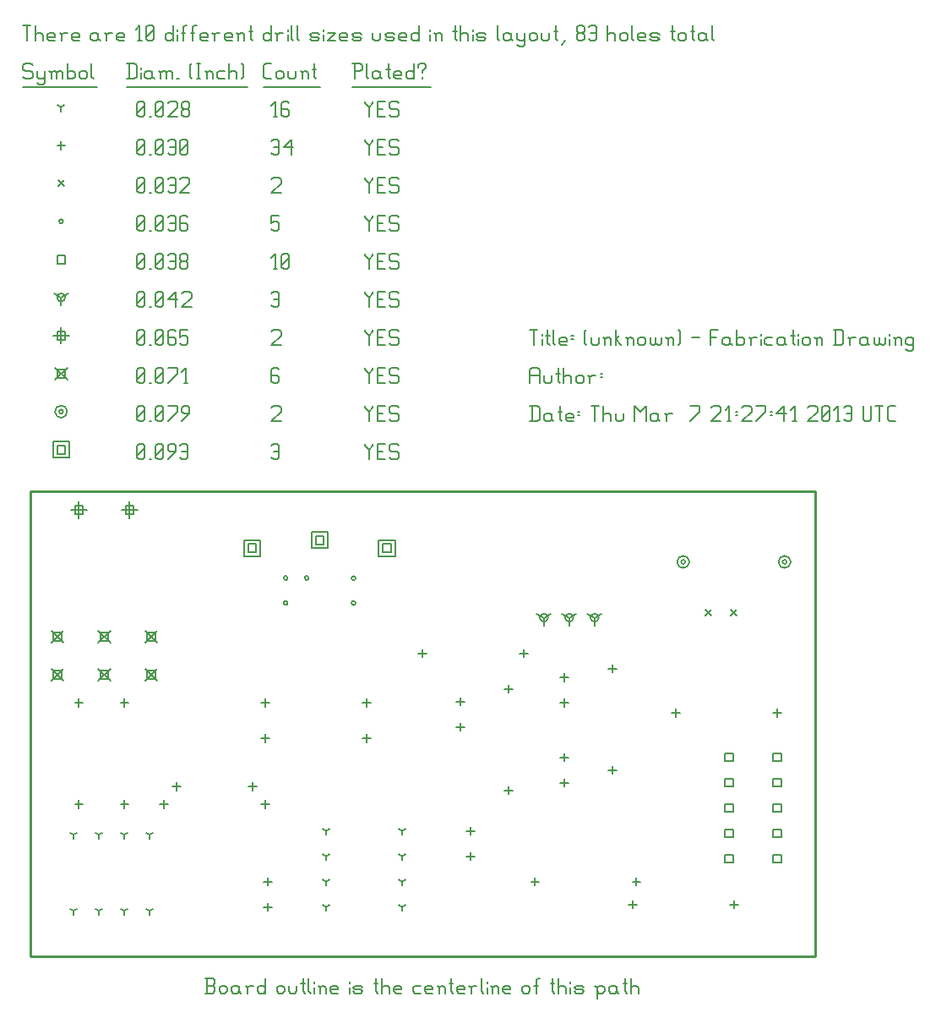
<source format=gbr>
G04 start of page 9 for group -3984 idx -3984 *
G04 Title: (unknown), fab *
G04 Creator: pcb 20110918 *
G04 CreationDate: Thu Mar  7 21:27:41 2013 UTC *
G04 For: fosse *
G04 Format: Gerber/RS-274X *
G04 PCB-Dimensions: 316500 193500 *
G04 PCB-Coordinate-Origin: lower left *
%MOIN*%
%FSLAX25Y25*%
%LNFAB*%
%ADD93C,0.0100*%
%ADD92C,0.0060*%
%ADD91C,0.0080*%
G54D91*X115400Y170683D02*X118600D01*
X115400D02*Y167483D01*
X118600D01*
Y170683D02*Y167483D01*
X113800Y172283D02*X120200D01*
X113800D02*Y165883D01*
X120200D01*
Y172283D02*Y165883D01*
X88825Y167533D02*X92025D01*
X88825D02*Y164333D01*
X92025D01*
Y167533D02*Y164333D01*
X87225Y169133D02*X93625D01*
X87225D02*Y162733D01*
X93625D01*
Y169133D02*Y162733D01*
X141975Y167533D02*X145175D01*
X141975D02*Y164333D01*
X145175D01*
Y167533D02*Y164333D01*
X140375Y169133D02*X146775D01*
X140375D02*Y162733D01*
X146775D01*
Y169133D02*Y162733D01*
X13400Y206350D02*X16600D01*
X13400D02*Y203150D01*
X16600D01*
Y206350D02*Y203150D01*
X11800Y207950D02*X18200D01*
X11800D02*Y201550D01*
X18200D01*
Y207950D02*Y201550D01*
G54D92*X135000Y207000D02*Y206250D01*
X136500Y204750D01*
X138000Y206250D01*
Y207000D02*Y206250D01*
X136500Y204750D02*Y201000D01*
X139800Y204000D02*X142050D01*
X139800Y201000D02*X142800D01*
X139800Y207000D02*Y201000D01*
Y207000D02*X142800D01*
X147600D02*X148350Y206250D01*
X145350Y207000D02*X147600D01*
X144600Y206250D02*X145350Y207000D01*
X144600Y206250D02*Y204750D01*
X145350Y204000D01*
X147600D01*
X148350Y203250D01*
Y201750D01*
X147600Y201000D02*X148350Y201750D01*
X145350Y201000D02*X147600D01*
X144600Y201750D02*X145350Y201000D01*
X98000Y206250D02*X98750Y207000D01*
X100250D01*
X101000Y206250D01*
Y201750D01*
X100250Y201000D02*X101000Y201750D01*
X98750Y201000D02*X100250D01*
X98000Y201750D02*X98750Y201000D01*
Y204000D02*X101000D01*
X45000Y201750D02*X45750Y201000D01*
X45000Y206250D02*Y201750D01*
Y206250D02*X45750Y207000D01*
X47250D01*
X48000Y206250D01*
Y201750D01*
X47250Y201000D02*X48000Y201750D01*
X45750Y201000D02*X47250D01*
X45000Y202500D02*X48000Y205500D01*
X49800Y201000D02*X50550D01*
X52350Y201750D02*X53100Y201000D01*
X52350Y206250D02*Y201750D01*
Y206250D02*X53100Y207000D01*
X54600D01*
X55350Y206250D01*
Y201750D01*
X54600Y201000D02*X55350Y201750D01*
X53100Y201000D02*X54600D01*
X52350Y202500D02*X55350Y205500D01*
X57150Y201000D02*X60150Y204000D01*
Y206250D02*Y204000D01*
X59400Y207000D02*X60150Y206250D01*
X57900Y207000D02*X59400D01*
X57150Y206250D02*X57900Y207000D01*
X57150Y206250D02*Y204750D01*
X57900Y204000D01*
X60150D01*
X61950Y206250D02*X62700Y207000D01*
X64200D01*
X64950Y206250D01*
Y201750D01*
X64200Y201000D02*X64950Y201750D01*
X62700Y201000D02*X64200D01*
X61950Y201750D02*X62700Y201000D01*
Y204000D02*X64950D01*
X259700Y160500D02*G75*G03X261300Y160500I800J0D01*G01*
G75*G03X259700Y160500I-800J0D01*G01*
X258100D02*G75*G03X262900Y160500I2400J0D01*G01*
G75*G03X258100Y160500I-2400J0D01*G01*
X299700D02*G75*G03X301300Y160500I800J0D01*G01*
G75*G03X299700Y160500I-800J0D01*G01*
X298100D02*G75*G03X302900Y160500I2400J0D01*G01*
G75*G03X298100Y160500I-2400J0D01*G01*
X14200Y219750D02*G75*G03X15800Y219750I800J0D01*G01*
G75*G03X14200Y219750I-800J0D01*G01*
X12600D02*G75*G03X17400Y219750I2400J0D01*G01*
G75*G03X12600Y219750I-2400J0D01*G01*
X135000Y222000D02*Y221250D01*
X136500Y219750D01*
X138000Y221250D01*
Y222000D02*Y221250D01*
X136500Y219750D02*Y216000D01*
X139800Y219000D02*X142050D01*
X139800Y216000D02*X142800D01*
X139800Y222000D02*Y216000D01*
Y222000D02*X142800D01*
X147600D02*X148350Y221250D01*
X145350Y222000D02*X147600D01*
X144600Y221250D02*X145350Y222000D01*
X144600Y221250D02*Y219750D01*
X145350Y219000D01*
X147600D01*
X148350Y218250D01*
Y216750D01*
X147600Y216000D02*X148350Y216750D01*
X145350Y216000D02*X147600D01*
X144600Y216750D02*X145350Y216000D01*
X98000Y221250D02*X98750Y222000D01*
X101000D01*
X101750Y221250D01*
Y219750D01*
X98000Y216000D02*X101750Y219750D01*
X98000Y216000D02*X101750D01*
X45000Y216750D02*X45750Y216000D01*
X45000Y221250D02*Y216750D01*
Y221250D02*X45750Y222000D01*
X47250D01*
X48000Y221250D01*
Y216750D01*
X47250Y216000D02*X48000Y216750D01*
X45750Y216000D02*X47250D01*
X45000Y217500D02*X48000Y220500D01*
X49800Y216000D02*X50550D01*
X52350Y216750D02*X53100Y216000D01*
X52350Y221250D02*Y216750D01*
Y221250D02*X53100Y222000D01*
X54600D01*
X55350Y221250D01*
Y216750D01*
X54600Y216000D02*X55350Y216750D01*
X53100Y216000D02*X54600D01*
X52350Y217500D02*X55350Y220500D01*
X57150Y216000D02*X60900Y219750D01*
Y222000D02*Y219750D01*
X57150Y222000D02*X60900D01*
X62700Y216000D02*X65700Y219000D01*
Y221250D02*Y219000D01*
X64950Y222000D02*X65700Y221250D01*
X63450Y222000D02*X64950D01*
X62700Y221250D02*X63450Y222000D01*
X62700Y221250D02*Y219750D01*
X63450Y219000D01*
X65700D01*
X29600Y133400D02*X34400Y128600D01*
X29600D02*X34400Y133400D01*
X30400Y132600D02*X33600D01*
X30400D02*Y129400D01*
X33600D01*
Y132600D02*Y129400D01*
X11100Y133400D02*X15900Y128600D01*
X11100D02*X15900Y133400D01*
X11900Y132600D02*X15100D01*
X11900D02*Y129400D01*
X15100D01*
Y132600D02*Y129400D01*
X48100Y133400D02*X52900Y128600D01*
X48100D02*X52900Y133400D01*
X48900Y132600D02*X52100D01*
X48900D02*Y129400D01*
X52100D01*
Y132600D02*Y129400D01*
X11100Y118400D02*X15900Y113600D01*
X11100D02*X15900Y118400D01*
X11900Y117600D02*X15100D01*
X11900D02*Y114400D01*
X15100D01*
Y117600D02*Y114400D01*
X29600Y118400D02*X34400Y113600D01*
X29600D02*X34400Y118400D01*
X30400Y117600D02*X33600D01*
X30400D02*Y114400D01*
X33600D01*
Y117600D02*Y114400D01*
X48100Y118400D02*X52900Y113600D01*
X48100D02*X52900Y118400D01*
X48900Y117600D02*X52100D01*
X48900D02*Y114400D01*
X52100D01*
Y117600D02*Y114400D01*
X12600Y237150D02*X17400Y232350D01*
X12600D02*X17400Y237150D01*
X13400Y236350D02*X16600D01*
X13400D02*Y233150D01*
X16600D01*
Y236350D02*Y233150D01*
X135000Y237000D02*Y236250D01*
X136500Y234750D01*
X138000Y236250D01*
Y237000D02*Y236250D01*
X136500Y234750D02*Y231000D01*
X139800Y234000D02*X142050D01*
X139800Y231000D02*X142800D01*
X139800Y237000D02*Y231000D01*
Y237000D02*X142800D01*
X147600D02*X148350Y236250D01*
X145350Y237000D02*X147600D01*
X144600Y236250D02*X145350Y237000D01*
X144600Y236250D02*Y234750D01*
X145350Y234000D01*
X147600D01*
X148350Y233250D01*
Y231750D01*
X147600Y231000D02*X148350Y231750D01*
X145350Y231000D02*X147600D01*
X144600Y231750D02*X145350Y231000D01*
X100250Y237000D02*X101000Y236250D01*
X98750Y237000D02*X100250D01*
X98000Y236250D02*X98750Y237000D01*
X98000Y236250D02*Y231750D01*
X98750Y231000D01*
X100250Y234000D02*X101000Y233250D01*
X98000Y234000D02*X100250D01*
X98750Y231000D02*X100250D01*
X101000Y231750D01*
Y233250D02*Y231750D01*
X45000D02*X45750Y231000D01*
X45000Y236250D02*Y231750D01*
Y236250D02*X45750Y237000D01*
X47250D01*
X48000Y236250D01*
Y231750D01*
X47250Y231000D02*X48000Y231750D01*
X45750Y231000D02*X47250D01*
X45000Y232500D02*X48000Y235500D01*
X49800Y231000D02*X50550D01*
X52350Y231750D02*X53100Y231000D01*
X52350Y236250D02*Y231750D01*
Y236250D02*X53100Y237000D01*
X54600D01*
X55350Y236250D01*
Y231750D01*
X54600Y231000D02*X55350Y231750D01*
X53100Y231000D02*X54600D01*
X52350Y232500D02*X55350Y235500D01*
X57150Y231000D02*X60900Y234750D01*
Y237000D02*Y234750D01*
X57150Y237000D02*X60900D01*
X63450Y231000D02*X64950D01*
X64200Y237000D02*Y231000D01*
X62700Y235500D02*X64200Y237000D01*
X22000Y184200D02*Y177800D01*
X18800Y181000D02*X25200D01*
X20400Y182600D02*X23600D01*
X20400D02*Y179400D01*
X23600D01*
Y182600D02*Y179400D01*
X42000Y184200D02*Y177800D01*
X38800Y181000D02*X45200D01*
X40400Y182600D02*X43600D01*
X40400D02*Y179400D01*
X43600D01*
Y182600D02*Y179400D01*
X15000Y252950D02*Y246550D01*
X11800Y249750D02*X18200D01*
X13400Y251350D02*X16600D01*
X13400D02*Y248150D01*
X16600D01*
Y251350D02*Y248150D01*
X135000Y252000D02*Y251250D01*
X136500Y249750D01*
X138000Y251250D01*
Y252000D02*Y251250D01*
X136500Y249750D02*Y246000D01*
X139800Y249000D02*X142050D01*
X139800Y246000D02*X142800D01*
X139800Y252000D02*Y246000D01*
Y252000D02*X142800D01*
X147600D02*X148350Y251250D01*
X145350Y252000D02*X147600D01*
X144600Y251250D02*X145350Y252000D01*
X144600Y251250D02*Y249750D01*
X145350Y249000D01*
X147600D01*
X148350Y248250D01*
Y246750D01*
X147600Y246000D02*X148350Y246750D01*
X145350Y246000D02*X147600D01*
X144600Y246750D02*X145350Y246000D01*
X98000Y251250D02*X98750Y252000D01*
X101000D01*
X101750Y251250D01*
Y249750D01*
X98000Y246000D02*X101750Y249750D01*
X98000Y246000D02*X101750D01*
X45000Y246750D02*X45750Y246000D01*
X45000Y251250D02*Y246750D01*
Y251250D02*X45750Y252000D01*
X47250D01*
X48000Y251250D01*
Y246750D01*
X47250Y246000D02*X48000Y246750D01*
X45750Y246000D02*X47250D01*
X45000Y247500D02*X48000Y250500D01*
X49800Y246000D02*X50550D01*
X52350Y246750D02*X53100Y246000D01*
X52350Y251250D02*Y246750D01*
Y251250D02*X53100Y252000D01*
X54600D01*
X55350Y251250D01*
Y246750D01*
X54600Y246000D02*X55350Y246750D01*
X53100Y246000D02*X54600D01*
X52350Y247500D02*X55350Y250500D01*
X59400Y252000D02*X60150Y251250D01*
X57900Y252000D02*X59400D01*
X57150Y251250D02*X57900Y252000D01*
X57150Y251250D02*Y246750D01*
X57900Y246000D01*
X59400Y249000D02*X60150Y248250D01*
X57150Y249000D02*X59400D01*
X57900Y246000D02*X59400D01*
X60150Y246750D01*
Y248250D02*Y246750D01*
X61950Y252000D02*X64950D01*
X61950D02*Y249000D01*
X62700Y249750D01*
X64200D01*
X64950Y249000D01*
Y246750D01*
X64200Y246000D02*X64950Y246750D01*
X62700Y246000D02*X64200D01*
X61950Y246750D02*X62700Y246000D01*
X205500Y138500D02*Y135300D01*
Y138500D02*X208273Y140100D01*
X205500Y138500D02*X202727Y140100D01*
X203900Y138500D02*G75*G03X207100Y138500I1600J0D01*G01*
G75*G03X203900Y138500I-1600J0D01*G01*
X215500D02*Y135300D01*
Y138500D02*X218273Y140100D01*
X215500Y138500D02*X212727Y140100D01*
X213900Y138500D02*G75*G03X217100Y138500I1600J0D01*G01*
G75*G03X213900Y138500I-1600J0D01*G01*
X225500D02*Y135300D01*
Y138500D02*X228273Y140100D01*
X225500Y138500D02*X222727Y140100D01*
X223900Y138500D02*G75*G03X227100Y138500I1600J0D01*G01*
G75*G03X223900Y138500I-1600J0D01*G01*
X15000Y264750D02*Y261550D01*
Y264750D02*X17773Y266350D01*
X15000Y264750D02*X12227Y266350D01*
X13400Y264750D02*G75*G03X16600Y264750I1600J0D01*G01*
G75*G03X13400Y264750I-1600J0D01*G01*
X135000Y267000D02*Y266250D01*
X136500Y264750D01*
X138000Y266250D01*
Y267000D02*Y266250D01*
X136500Y264750D02*Y261000D01*
X139800Y264000D02*X142050D01*
X139800Y261000D02*X142800D01*
X139800Y267000D02*Y261000D01*
Y267000D02*X142800D01*
X147600D02*X148350Y266250D01*
X145350Y267000D02*X147600D01*
X144600Y266250D02*X145350Y267000D01*
X144600Y266250D02*Y264750D01*
X145350Y264000D01*
X147600D01*
X148350Y263250D01*
Y261750D01*
X147600Y261000D02*X148350Y261750D01*
X145350Y261000D02*X147600D01*
X144600Y261750D02*X145350Y261000D01*
X98000Y266250D02*X98750Y267000D01*
X100250D01*
X101000Y266250D01*
Y261750D01*
X100250Y261000D02*X101000Y261750D01*
X98750Y261000D02*X100250D01*
X98000Y261750D02*X98750Y261000D01*
Y264000D02*X101000D01*
X45000Y261750D02*X45750Y261000D01*
X45000Y266250D02*Y261750D01*
Y266250D02*X45750Y267000D01*
X47250D01*
X48000Y266250D01*
Y261750D01*
X47250Y261000D02*X48000Y261750D01*
X45750Y261000D02*X47250D01*
X45000Y262500D02*X48000Y265500D01*
X49800Y261000D02*X50550D01*
X52350Y261750D02*X53100Y261000D01*
X52350Y266250D02*Y261750D01*
Y266250D02*X53100Y267000D01*
X54600D01*
X55350Y266250D01*
Y261750D01*
X54600Y261000D02*X55350Y261750D01*
X53100Y261000D02*X54600D01*
X52350Y262500D02*X55350Y265500D01*
X57150Y264000D02*X60150Y267000D01*
X57150Y264000D02*X60900D01*
X60150Y267000D02*Y261000D01*
X62700Y266250D02*X63450Y267000D01*
X65700D01*
X66450Y266250D01*
Y264750D01*
X62700Y261000D02*X66450Y264750D01*
X62700Y261000D02*X66450D01*
X295900Y85100D02*X299100D01*
X295900D02*Y81900D01*
X299100D01*
Y85100D02*Y81900D01*
X295900Y75100D02*X299100D01*
X295900D02*Y71900D01*
X299100D01*
Y75100D02*Y71900D01*
X295900Y65100D02*X299100D01*
X295900D02*Y61900D01*
X299100D01*
Y65100D02*Y61900D01*
X295900Y55100D02*X299100D01*
X295900D02*Y51900D01*
X299100D01*
Y55100D02*Y51900D01*
X295900Y45100D02*X299100D01*
X295900D02*Y41900D01*
X299100D01*
Y45100D02*Y41900D01*
X276900Y85100D02*X280100D01*
X276900D02*Y81900D01*
X280100D01*
Y85100D02*Y81900D01*
X276900Y75100D02*X280100D01*
X276900D02*Y71900D01*
X280100D01*
Y75100D02*Y71900D01*
X276900Y65100D02*X280100D01*
X276900D02*Y61900D01*
X280100D01*
Y65100D02*Y61900D01*
X276900Y55100D02*X280100D01*
X276900D02*Y51900D01*
X280100D01*
Y55100D02*Y51900D01*
X276900Y45100D02*X280100D01*
X276900D02*Y41900D01*
X280100D01*
Y45100D02*Y41900D01*
X13400Y281350D02*X16600D01*
X13400D02*Y278150D01*
X16600D01*
Y281350D02*Y278150D01*
X135000Y282000D02*Y281250D01*
X136500Y279750D01*
X138000Y281250D01*
Y282000D02*Y281250D01*
X136500Y279750D02*Y276000D01*
X139800Y279000D02*X142050D01*
X139800Y276000D02*X142800D01*
X139800Y282000D02*Y276000D01*
Y282000D02*X142800D01*
X147600D02*X148350Y281250D01*
X145350Y282000D02*X147600D01*
X144600Y281250D02*X145350Y282000D01*
X144600Y281250D02*Y279750D01*
X145350Y279000D01*
X147600D01*
X148350Y278250D01*
Y276750D01*
X147600Y276000D02*X148350Y276750D01*
X145350Y276000D02*X147600D01*
X144600Y276750D02*X145350Y276000D01*
X98750D02*X100250D01*
X99500Y282000D02*Y276000D01*
X98000Y280500D02*X99500Y282000D01*
X102050Y276750D02*X102800Y276000D01*
X102050Y281250D02*Y276750D01*
Y281250D02*X102800Y282000D01*
X104300D01*
X105050Y281250D01*
Y276750D01*
X104300Y276000D02*X105050Y276750D01*
X102800Y276000D02*X104300D01*
X102050Y277500D02*X105050Y280500D01*
X45000Y276750D02*X45750Y276000D01*
X45000Y281250D02*Y276750D01*
Y281250D02*X45750Y282000D01*
X47250D01*
X48000Y281250D01*
Y276750D01*
X47250Y276000D02*X48000Y276750D01*
X45750Y276000D02*X47250D01*
X45000Y277500D02*X48000Y280500D01*
X49800Y276000D02*X50550D01*
X52350Y276750D02*X53100Y276000D01*
X52350Y281250D02*Y276750D01*
Y281250D02*X53100Y282000D01*
X54600D01*
X55350Y281250D01*
Y276750D01*
X54600Y276000D02*X55350Y276750D01*
X53100Y276000D02*X54600D01*
X52350Y277500D02*X55350Y280500D01*
X57150Y281250D02*X57900Y282000D01*
X59400D01*
X60150Y281250D01*
Y276750D01*
X59400Y276000D02*X60150Y276750D01*
X57900Y276000D02*X59400D01*
X57150Y276750D02*X57900Y276000D01*
Y279000D02*X60150D01*
X61950Y276750D02*X62700Y276000D01*
X61950Y278250D02*Y276750D01*
Y278250D02*X62700Y279000D01*
X64200D01*
X64950Y278250D01*
Y276750D01*
X64200Y276000D02*X64950Y276750D01*
X62700Y276000D02*X64200D01*
X61950Y279750D02*X62700Y279000D01*
X61950Y281250D02*Y279750D01*
Y281250D02*X62700Y282000D01*
X64200D01*
X64950Y281250D01*
Y279750D01*
X64200Y279000D02*X64950Y279750D01*
X102814Y144280D02*G75*G03X104414Y144280I800J0D01*G01*
G75*G03X102814Y144280I-800J0D01*G01*
X111082Y154122D02*G75*G03X112682Y154122I800J0D01*G01*
G75*G03X111082Y154122I-800J0D01*G01*
X102814D02*G75*G03X104414Y154122I800J0D01*G01*
G75*G03X102814Y154122I-800J0D01*G01*
X129586D02*G75*G03X131186Y154122I800J0D01*G01*
G75*G03X129586Y154122I-800J0D01*G01*
Y144280D02*G75*G03X131186Y144280I800J0D01*G01*
G75*G03X129586Y144280I-800J0D01*G01*
X14200Y294750D02*G75*G03X15800Y294750I800J0D01*G01*
G75*G03X14200Y294750I-800J0D01*G01*
X135000Y297000D02*Y296250D01*
X136500Y294750D01*
X138000Y296250D01*
Y297000D02*Y296250D01*
X136500Y294750D02*Y291000D01*
X139800Y294000D02*X142050D01*
X139800Y291000D02*X142800D01*
X139800Y297000D02*Y291000D01*
Y297000D02*X142800D01*
X147600D02*X148350Y296250D01*
X145350Y297000D02*X147600D01*
X144600Y296250D02*X145350Y297000D01*
X144600Y296250D02*Y294750D01*
X145350Y294000D01*
X147600D01*
X148350Y293250D01*
Y291750D01*
X147600Y291000D02*X148350Y291750D01*
X145350Y291000D02*X147600D01*
X144600Y291750D02*X145350Y291000D01*
X98000Y297000D02*X101000D01*
X98000D02*Y294000D01*
X98750Y294750D01*
X100250D01*
X101000Y294000D01*
Y291750D01*
X100250Y291000D02*X101000Y291750D01*
X98750Y291000D02*X100250D01*
X98000Y291750D02*X98750Y291000D01*
X45000Y291750D02*X45750Y291000D01*
X45000Y296250D02*Y291750D01*
Y296250D02*X45750Y297000D01*
X47250D01*
X48000Y296250D01*
Y291750D01*
X47250Y291000D02*X48000Y291750D01*
X45750Y291000D02*X47250D01*
X45000Y292500D02*X48000Y295500D01*
X49800Y291000D02*X50550D01*
X52350Y291750D02*X53100Y291000D01*
X52350Y296250D02*Y291750D01*
Y296250D02*X53100Y297000D01*
X54600D01*
X55350Y296250D01*
Y291750D01*
X54600Y291000D02*X55350Y291750D01*
X53100Y291000D02*X54600D01*
X52350Y292500D02*X55350Y295500D01*
X57150Y296250D02*X57900Y297000D01*
X59400D01*
X60150Y296250D01*
Y291750D01*
X59400Y291000D02*X60150Y291750D01*
X57900Y291000D02*X59400D01*
X57150Y291750D02*X57900Y291000D01*
Y294000D02*X60150D01*
X64200Y297000D02*X64950Y296250D01*
X62700Y297000D02*X64200D01*
X61950Y296250D02*X62700Y297000D01*
X61950Y296250D02*Y291750D01*
X62700Y291000D01*
X64200Y294000D02*X64950Y293250D01*
X61950Y294000D02*X64200D01*
X62700Y291000D02*X64200D01*
X64950Y291750D01*
Y293250D02*Y291750D01*
X269300Y141700D02*X271700Y139300D01*
X269300D02*X271700Y141700D01*
X279300D02*X281700Y139300D01*
X279300D02*X281700Y141700D01*
X13800Y310950D02*X16200Y308550D01*
X13800D02*X16200Y310950D01*
X135000Y312000D02*Y311250D01*
X136500Y309750D01*
X138000Y311250D01*
Y312000D02*Y311250D01*
X136500Y309750D02*Y306000D01*
X139800Y309000D02*X142050D01*
X139800Y306000D02*X142800D01*
X139800Y312000D02*Y306000D01*
Y312000D02*X142800D01*
X147600D02*X148350Y311250D01*
X145350Y312000D02*X147600D01*
X144600Y311250D02*X145350Y312000D01*
X144600Y311250D02*Y309750D01*
X145350Y309000D01*
X147600D01*
X148350Y308250D01*
Y306750D01*
X147600Y306000D02*X148350Y306750D01*
X145350Y306000D02*X147600D01*
X144600Y306750D02*X145350Y306000D01*
X98000Y311250D02*X98750Y312000D01*
X101000D01*
X101750Y311250D01*
Y309750D01*
X98000Y306000D02*X101750Y309750D01*
X98000Y306000D02*X101750D01*
X45000Y306750D02*X45750Y306000D01*
X45000Y311250D02*Y306750D01*
Y311250D02*X45750Y312000D01*
X47250D01*
X48000Y311250D01*
Y306750D01*
X47250Y306000D02*X48000Y306750D01*
X45750Y306000D02*X47250D01*
X45000Y307500D02*X48000Y310500D01*
X49800Y306000D02*X50550D01*
X52350Y306750D02*X53100Y306000D01*
X52350Y311250D02*Y306750D01*
Y311250D02*X53100Y312000D01*
X54600D01*
X55350Y311250D01*
Y306750D01*
X54600Y306000D02*X55350Y306750D01*
X53100Y306000D02*X54600D01*
X52350Y307500D02*X55350Y310500D01*
X57150Y311250D02*X57900Y312000D01*
X59400D01*
X60150Y311250D01*
Y306750D01*
X59400Y306000D02*X60150Y306750D01*
X57900Y306000D02*X59400D01*
X57150Y306750D02*X57900Y306000D01*
Y309000D02*X60150D01*
X61950Y311250D02*X62700Y312000D01*
X64950D01*
X65700Y311250D01*
Y309750D01*
X61950Y306000D02*X65700Y309750D01*
X61950Y306000D02*X65700D01*
X191500Y72100D02*Y68900D01*
X189900Y70500D02*X193100D01*
X191500Y112100D02*Y108900D01*
X189900Y110500D02*X193100D01*
X172500Y97100D02*Y93900D01*
X170900Y95500D02*X174100D01*
X172500Y107100D02*Y103900D01*
X170900Y105500D02*X174100D01*
X96500Y26100D02*Y22900D01*
X94900Y24500D02*X98100D01*
X96500Y36100D02*Y32900D01*
X94900Y34500D02*X98100D01*
X40000Y106600D02*Y103400D01*
X38400Y105000D02*X41600D01*
X40000Y66600D02*Y63400D01*
X38400Y65000D02*X41600D01*
X176500Y46100D02*Y42900D01*
X174900Y44500D02*X178100D01*
X176500Y56100D02*Y52900D01*
X174900Y54500D02*X178100D01*
X157500Y126100D02*Y122900D01*
X155900Y124500D02*X159100D01*
X197500Y126100D02*Y122900D01*
X195900Y124500D02*X199100D01*
X60500Y73600D02*Y70400D01*
X58900Y72000D02*X62100D01*
X90500Y73600D02*Y70400D01*
X88900Y72000D02*X92100D01*
X213500Y106600D02*Y103400D01*
X211900Y105000D02*X215100D01*
X213500Y116600D02*Y113400D01*
X211900Y115000D02*X215100D01*
X232500Y80100D02*Y76900D01*
X230900Y78500D02*X234100D01*
X232500Y120100D02*Y116900D01*
X230900Y118500D02*X234100D01*
X213500Y75100D02*Y71900D01*
X211900Y73500D02*X215100D01*
X213500Y85100D02*Y81900D01*
X211900Y83500D02*X215100D01*
X22000Y106600D02*Y103400D01*
X20400Y105000D02*X23600D01*
X22000Y66600D02*Y63400D01*
X20400Y65000D02*X23600D01*
X202000Y36100D02*Y32900D01*
X200400Y34500D02*X203600D01*
X242000Y36100D02*Y32900D01*
X240400Y34500D02*X243600D01*
X135500Y106600D02*Y103400D01*
X133900Y105000D02*X137100D01*
X95500Y106600D02*Y103400D01*
X93900Y105000D02*X97100D01*
X135500Y92600D02*Y89400D01*
X133900Y91000D02*X137100D01*
X95500Y92600D02*Y89400D01*
X93900Y91000D02*X97100D01*
X55500Y66600D02*Y63400D01*
X53900Y65000D02*X57100D01*
X95500Y66600D02*Y63400D01*
X93900Y65000D02*X97100D01*
X257500Y102600D02*Y99400D01*
X255900Y101000D02*X259100D01*
X297500Y102600D02*Y99400D01*
X295900Y101000D02*X299100D01*
X240500Y27100D02*Y23900D01*
X238900Y25500D02*X242100D01*
X280500Y27100D02*Y23900D01*
X278900Y25500D02*X282100D01*
X15000Y326350D02*Y323150D01*
X13400Y324750D02*X16600D01*
X135000Y327000D02*Y326250D01*
X136500Y324750D01*
X138000Y326250D01*
Y327000D02*Y326250D01*
X136500Y324750D02*Y321000D01*
X139800Y324000D02*X142050D01*
X139800Y321000D02*X142800D01*
X139800Y327000D02*Y321000D01*
Y327000D02*X142800D01*
X147600D02*X148350Y326250D01*
X145350Y327000D02*X147600D01*
X144600Y326250D02*X145350Y327000D01*
X144600Y326250D02*Y324750D01*
X145350Y324000D01*
X147600D01*
X148350Y323250D01*
Y321750D01*
X147600Y321000D02*X148350Y321750D01*
X145350Y321000D02*X147600D01*
X144600Y321750D02*X145350Y321000D01*
X98000Y326250D02*X98750Y327000D01*
X100250D01*
X101000Y326250D01*
Y321750D01*
X100250Y321000D02*X101000Y321750D01*
X98750Y321000D02*X100250D01*
X98000Y321750D02*X98750Y321000D01*
Y324000D02*X101000D01*
X102800D02*X105800Y327000D01*
X102800Y324000D02*X106550D01*
X105800Y327000D02*Y321000D01*
X45000Y321750D02*X45750Y321000D01*
X45000Y326250D02*Y321750D01*
Y326250D02*X45750Y327000D01*
X47250D01*
X48000Y326250D01*
Y321750D01*
X47250Y321000D02*X48000Y321750D01*
X45750Y321000D02*X47250D01*
X45000Y322500D02*X48000Y325500D01*
X49800Y321000D02*X50550D01*
X52350Y321750D02*X53100Y321000D01*
X52350Y326250D02*Y321750D01*
Y326250D02*X53100Y327000D01*
X54600D01*
X55350Y326250D01*
Y321750D01*
X54600Y321000D02*X55350Y321750D01*
X53100Y321000D02*X54600D01*
X52350Y322500D02*X55350Y325500D01*
X57150Y326250D02*X57900Y327000D01*
X59400D01*
X60150Y326250D01*
Y321750D01*
X59400Y321000D02*X60150Y321750D01*
X57900Y321000D02*X59400D01*
X57150Y321750D02*X57900Y321000D01*
Y324000D02*X60150D01*
X61950Y321750D02*X62700Y321000D01*
X61950Y326250D02*Y321750D01*
Y326250D02*X62700Y327000D01*
X64200D01*
X64950Y326250D01*
Y321750D01*
X64200Y321000D02*X64950Y321750D01*
X62700Y321000D02*X64200D01*
X61950Y322500D02*X64950Y325500D01*
X50000Y53000D02*Y51400D01*
Y53000D02*X51387Y53800D01*
X50000Y53000D02*X48613Y53800D01*
X40000Y53000D02*Y51400D01*
Y53000D02*X41387Y53800D01*
X40000Y53000D02*X38613Y53800D01*
X30000Y53000D02*Y51400D01*
Y53000D02*X31387Y53800D01*
X30000Y53000D02*X28613Y53800D01*
X20000Y53000D02*Y51400D01*
Y53000D02*X21387Y53800D01*
X20000Y53000D02*X18613Y53800D01*
X20000Y23000D02*Y21400D01*
Y23000D02*X21387Y23800D01*
X20000Y23000D02*X18613Y23800D01*
X30000Y23000D02*Y21400D01*
Y23000D02*X31387Y23800D01*
X30000Y23000D02*X28613Y23800D01*
X40000Y23000D02*Y21400D01*
Y23000D02*X41387Y23800D01*
X40000Y23000D02*X38613Y23800D01*
X50000Y23000D02*Y21400D01*
Y23000D02*X51387Y23800D01*
X50000Y23000D02*X48613Y23800D01*
X119500Y54500D02*Y52900D01*
Y54500D02*X120887Y55300D01*
X119500Y54500D02*X118113Y55300D01*
X119500Y44500D02*Y42900D01*
Y44500D02*X120887Y45300D01*
X119500Y44500D02*X118113Y45300D01*
X119500Y34500D02*Y32900D01*
Y34500D02*X120887Y35300D01*
X119500Y34500D02*X118113Y35300D01*
X119500Y24500D02*Y22900D01*
Y24500D02*X120887Y25300D01*
X119500Y24500D02*X118113Y25300D01*
X149500Y24500D02*Y22900D01*
Y24500D02*X150887Y25300D01*
X149500Y24500D02*X148113Y25300D01*
X149500Y34500D02*Y32900D01*
Y34500D02*X150887Y35300D01*
X149500Y34500D02*X148113Y35300D01*
X149500Y44500D02*Y42900D01*
Y44500D02*X150887Y45300D01*
X149500Y44500D02*X148113Y45300D01*
X149500Y54500D02*Y52900D01*
Y54500D02*X150887Y55300D01*
X149500Y54500D02*X148113Y55300D01*
X15000Y339750D02*Y338150D01*
Y339750D02*X16387Y340550D01*
X15000Y339750D02*X13613Y340550D01*
X135000Y342000D02*Y341250D01*
X136500Y339750D01*
X138000Y341250D01*
Y342000D02*Y341250D01*
X136500Y339750D02*Y336000D01*
X139800Y339000D02*X142050D01*
X139800Y336000D02*X142800D01*
X139800Y342000D02*Y336000D01*
Y342000D02*X142800D01*
X147600D02*X148350Y341250D01*
X145350Y342000D02*X147600D01*
X144600Y341250D02*X145350Y342000D01*
X144600Y341250D02*Y339750D01*
X145350Y339000D01*
X147600D01*
X148350Y338250D01*
Y336750D01*
X147600Y336000D02*X148350Y336750D01*
X145350Y336000D02*X147600D01*
X144600Y336750D02*X145350Y336000D01*
X98750D02*X100250D01*
X99500Y342000D02*Y336000D01*
X98000Y340500D02*X99500Y342000D01*
X104300D02*X105050Y341250D01*
X102800Y342000D02*X104300D01*
X102050Y341250D02*X102800Y342000D01*
X102050Y341250D02*Y336750D01*
X102800Y336000D01*
X104300Y339000D02*X105050Y338250D01*
X102050Y339000D02*X104300D01*
X102800Y336000D02*X104300D01*
X105050Y336750D01*
Y338250D02*Y336750D01*
X45000D02*X45750Y336000D01*
X45000Y341250D02*Y336750D01*
Y341250D02*X45750Y342000D01*
X47250D01*
X48000Y341250D01*
Y336750D01*
X47250Y336000D02*X48000Y336750D01*
X45750Y336000D02*X47250D01*
X45000Y337500D02*X48000Y340500D01*
X49800Y336000D02*X50550D01*
X52350Y336750D02*X53100Y336000D01*
X52350Y341250D02*Y336750D01*
Y341250D02*X53100Y342000D01*
X54600D01*
X55350Y341250D01*
Y336750D01*
X54600Y336000D02*X55350Y336750D01*
X53100Y336000D02*X54600D01*
X52350Y337500D02*X55350Y340500D01*
X57150Y341250D02*X57900Y342000D01*
X60150D01*
X60900Y341250D01*
Y339750D01*
X57150Y336000D02*X60900Y339750D01*
X57150Y336000D02*X60900D01*
X62700Y336750D02*X63450Y336000D01*
X62700Y338250D02*Y336750D01*
Y338250D02*X63450Y339000D01*
X64950D01*
X65700Y338250D01*
Y336750D01*
X64950Y336000D02*X65700Y336750D01*
X63450Y336000D02*X64950D01*
X62700Y339750D02*X63450Y339000D01*
X62700Y341250D02*Y339750D01*
Y341250D02*X63450Y342000D01*
X64950D01*
X65700Y341250D01*
Y339750D01*
X64950Y339000D02*X65700Y339750D01*
X3000Y357000D02*X3750Y356250D01*
X750Y357000D02*X3000D01*
X0Y356250D02*X750Y357000D01*
X0Y356250D02*Y354750D01*
X750Y354000D01*
X3000D01*
X3750Y353250D01*
Y351750D01*
X3000Y351000D02*X3750Y351750D01*
X750Y351000D02*X3000D01*
X0Y351750D02*X750Y351000D01*
X5550Y354000D02*Y351750D01*
X6300Y351000D01*
X8550Y354000D02*Y349500D01*
X7800Y348750D02*X8550Y349500D01*
X6300Y348750D02*X7800D01*
X5550Y349500D02*X6300Y348750D01*
Y351000D02*X7800D01*
X8550Y351750D01*
X11100Y353250D02*Y351000D01*
Y353250D02*X11850Y354000D01*
X12600D01*
X13350Y353250D01*
Y351000D01*
Y353250D02*X14100Y354000D01*
X14850D01*
X15600Y353250D01*
Y351000D01*
X10350Y354000D02*X11100Y353250D01*
X17400Y357000D02*Y351000D01*
Y351750D02*X18150Y351000D01*
X19650D01*
X20400Y351750D01*
Y353250D02*Y351750D01*
X19650Y354000D02*X20400Y353250D01*
X18150Y354000D02*X19650D01*
X17400Y353250D02*X18150Y354000D01*
X22200Y353250D02*Y351750D01*
Y353250D02*X22950Y354000D01*
X24450D01*
X25200Y353250D01*
Y351750D01*
X24450Y351000D02*X25200Y351750D01*
X22950Y351000D02*X24450D01*
X22200Y351750D02*X22950Y351000D01*
X27000Y357000D02*Y351750D01*
X27750Y351000D01*
X0Y347750D02*X29250D01*
X41750Y357000D02*Y351000D01*
X44000Y357000D02*X44750Y356250D01*
Y351750D01*
X44000Y351000D02*X44750Y351750D01*
X41000Y351000D02*X44000D01*
X41000Y357000D02*X44000D01*
X46550Y355500D02*Y354750D01*
Y353250D02*Y351000D01*
X50300Y354000D02*X51050Y353250D01*
X48800Y354000D02*X50300D01*
X48050Y353250D02*X48800Y354000D01*
X48050Y353250D02*Y351750D01*
X48800Y351000D01*
X51050Y354000D02*Y351750D01*
X51800Y351000D01*
X48800D02*X50300D01*
X51050Y351750D01*
X54350Y353250D02*Y351000D01*
Y353250D02*X55100Y354000D01*
X55850D01*
X56600Y353250D01*
Y351000D01*
Y353250D02*X57350Y354000D01*
X58100D01*
X58850Y353250D01*
Y351000D01*
X53600Y354000D02*X54350Y353250D01*
X60650Y351000D02*X61400D01*
X65900Y351750D02*X66650Y351000D01*
X65900Y356250D02*X66650Y357000D01*
X65900Y356250D02*Y351750D01*
X68450Y357000D02*X69950D01*
X69200D02*Y351000D01*
X68450D02*X69950D01*
X72500Y353250D02*Y351000D01*
Y353250D02*X73250Y354000D01*
X74000D01*
X74750Y353250D01*
Y351000D01*
X71750Y354000D02*X72500Y353250D01*
X77300Y354000D02*X79550D01*
X76550Y353250D02*X77300Y354000D01*
X76550Y353250D02*Y351750D01*
X77300Y351000D01*
X79550D01*
X81350Y357000D02*Y351000D01*
Y353250D02*X82100Y354000D01*
X83600D01*
X84350Y353250D01*
Y351000D01*
X86150Y357000D02*X86900Y356250D01*
Y351750D01*
X86150Y351000D02*X86900Y351750D01*
X41000Y347750D02*X88700D01*
X95750Y351000D02*X98000D01*
X95000Y351750D02*X95750Y351000D01*
X95000Y356250D02*Y351750D01*
Y356250D02*X95750Y357000D01*
X98000D01*
X99800Y353250D02*Y351750D01*
Y353250D02*X100550Y354000D01*
X102050D01*
X102800Y353250D01*
Y351750D01*
X102050Y351000D02*X102800Y351750D01*
X100550Y351000D02*X102050D01*
X99800Y351750D02*X100550Y351000D01*
X104600Y354000D02*Y351750D01*
X105350Y351000D01*
X106850D01*
X107600Y351750D01*
Y354000D02*Y351750D01*
X110150Y353250D02*Y351000D01*
Y353250D02*X110900Y354000D01*
X111650D01*
X112400Y353250D01*
Y351000D01*
X109400Y354000D02*X110150Y353250D01*
X114950Y357000D02*Y351750D01*
X115700Y351000D01*
X114200Y354750D02*X115700D01*
X95000Y347750D02*X117200D01*
X130750Y357000D02*Y351000D01*
X130000Y357000D02*X133000D01*
X133750Y356250D01*
Y354750D01*
X133000Y354000D02*X133750Y354750D01*
X130750Y354000D02*X133000D01*
X135550Y357000D02*Y351750D01*
X136300Y351000D01*
X140050Y354000D02*X140800Y353250D01*
X138550Y354000D02*X140050D01*
X137800Y353250D02*X138550Y354000D01*
X137800Y353250D02*Y351750D01*
X138550Y351000D01*
X140800Y354000D02*Y351750D01*
X141550Y351000D01*
X138550D02*X140050D01*
X140800Y351750D01*
X144100Y357000D02*Y351750D01*
X144850Y351000D01*
X143350Y354750D02*X144850D01*
X147100Y351000D02*X149350D01*
X146350Y351750D02*X147100Y351000D01*
X146350Y353250D02*Y351750D01*
Y353250D02*X147100Y354000D01*
X148600D01*
X149350Y353250D01*
X146350Y352500D02*X149350D01*
Y353250D02*Y352500D01*
X154150Y357000D02*Y351000D01*
X153400D02*X154150Y351750D01*
X151900Y351000D02*X153400D01*
X151150Y351750D02*X151900Y351000D01*
X151150Y353250D02*Y351750D01*
Y353250D02*X151900Y354000D01*
X153400D01*
X154150Y353250D01*
X157450Y354000D02*Y353250D01*
Y351750D02*Y351000D01*
X155950Y356250D02*Y355500D01*
Y356250D02*X156700Y357000D01*
X158200D01*
X158950Y356250D01*
Y355500D01*
X157450Y354000D02*X158950Y355500D01*
X130000Y347750D02*X160750D01*
X0Y372000D02*X3000D01*
X1500D02*Y366000D01*
X4800Y372000D02*Y366000D01*
Y368250D02*X5550Y369000D01*
X7050D01*
X7800Y368250D01*
Y366000D01*
X10350D02*X12600D01*
X9600Y366750D02*X10350Y366000D01*
X9600Y368250D02*Y366750D01*
Y368250D02*X10350Y369000D01*
X11850D01*
X12600Y368250D01*
X9600Y367500D02*X12600D01*
Y368250D02*Y367500D01*
X15150Y368250D02*Y366000D01*
Y368250D02*X15900Y369000D01*
X17400D01*
X14400D02*X15150Y368250D01*
X19950Y366000D02*X22200D01*
X19200Y366750D02*X19950Y366000D01*
X19200Y368250D02*Y366750D01*
Y368250D02*X19950Y369000D01*
X21450D01*
X22200Y368250D01*
X19200Y367500D02*X22200D01*
Y368250D02*Y367500D01*
X28950Y369000D02*X29700Y368250D01*
X27450Y369000D02*X28950D01*
X26700Y368250D02*X27450Y369000D01*
X26700Y368250D02*Y366750D01*
X27450Y366000D01*
X29700Y369000D02*Y366750D01*
X30450Y366000D01*
X27450D02*X28950D01*
X29700Y366750D01*
X33000Y368250D02*Y366000D01*
Y368250D02*X33750Y369000D01*
X35250D01*
X32250D02*X33000Y368250D01*
X37800Y366000D02*X40050D01*
X37050Y366750D02*X37800Y366000D01*
X37050Y368250D02*Y366750D01*
Y368250D02*X37800Y369000D01*
X39300D01*
X40050Y368250D01*
X37050Y367500D02*X40050D01*
Y368250D02*Y367500D01*
X45300Y366000D02*X46800D01*
X46050Y372000D02*Y366000D01*
X44550Y370500D02*X46050Y372000D01*
X48600Y366750D02*X49350Y366000D01*
X48600Y371250D02*Y366750D01*
Y371250D02*X49350Y372000D01*
X50850D01*
X51600Y371250D01*
Y366750D01*
X50850Y366000D02*X51600Y366750D01*
X49350Y366000D02*X50850D01*
X48600Y367500D02*X51600Y370500D01*
X59100Y372000D02*Y366000D01*
X58350D02*X59100Y366750D01*
X56850Y366000D02*X58350D01*
X56100Y366750D02*X56850Y366000D01*
X56100Y368250D02*Y366750D01*
Y368250D02*X56850Y369000D01*
X58350D01*
X59100Y368250D01*
X60900Y370500D02*Y369750D01*
Y368250D02*Y366000D01*
X63150Y371250D02*Y366000D01*
Y371250D02*X63900Y372000D01*
X64650D01*
X62400Y369000D02*X63900D01*
X66900Y371250D02*Y366000D01*
Y371250D02*X67650Y372000D01*
X68400D01*
X66150Y369000D02*X67650D01*
X70650Y366000D02*X72900D01*
X69900Y366750D02*X70650Y366000D01*
X69900Y368250D02*Y366750D01*
Y368250D02*X70650Y369000D01*
X72150D01*
X72900Y368250D01*
X69900Y367500D02*X72900D01*
Y368250D02*Y367500D01*
X75450Y368250D02*Y366000D01*
Y368250D02*X76200Y369000D01*
X77700D01*
X74700D02*X75450Y368250D01*
X80250Y366000D02*X82500D01*
X79500Y366750D02*X80250Y366000D01*
X79500Y368250D02*Y366750D01*
Y368250D02*X80250Y369000D01*
X81750D01*
X82500Y368250D01*
X79500Y367500D02*X82500D01*
Y368250D02*Y367500D01*
X85050Y368250D02*Y366000D01*
Y368250D02*X85800Y369000D01*
X86550D01*
X87300Y368250D01*
Y366000D01*
X84300Y369000D02*X85050Y368250D01*
X89850Y372000D02*Y366750D01*
X90600Y366000D01*
X89100Y369750D02*X90600D01*
X97800Y372000D02*Y366000D01*
X97050D02*X97800Y366750D01*
X95550Y366000D02*X97050D01*
X94800Y366750D02*X95550Y366000D01*
X94800Y368250D02*Y366750D01*
Y368250D02*X95550Y369000D01*
X97050D01*
X97800Y368250D01*
X100350D02*Y366000D01*
Y368250D02*X101100Y369000D01*
X102600D01*
X99600D02*X100350Y368250D01*
X104400Y370500D02*Y369750D01*
Y368250D02*Y366000D01*
X105900Y372000D02*Y366750D01*
X106650Y366000D01*
X108150Y372000D02*Y366750D01*
X108900Y366000D01*
X113850D02*X116100D01*
X116850Y366750D01*
X116100Y367500D02*X116850Y366750D01*
X113850Y367500D02*X116100D01*
X113100Y368250D02*X113850Y367500D01*
X113100Y368250D02*X113850Y369000D01*
X116100D01*
X116850Y368250D01*
X113100Y366750D02*X113850Y366000D01*
X118650Y370500D02*Y369750D01*
Y368250D02*Y366000D01*
X120150Y369000D02*X123150D01*
X120150Y366000D02*X123150Y369000D01*
X120150Y366000D02*X123150D01*
X125700D02*X127950D01*
X124950Y366750D02*X125700Y366000D01*
X124950Y368250D02*Y366750D01*
Y368250D02*X125700Y369000D01*
X127200D01*
X127950Y368250D01*
X124950Y367500D02*X127950D01*
Y368250D02*Y367500D01*
X130500Y366000D02*X132750D01*
X133500Y366750D01*
X132750Y367500D02*X133500Y366750D01*
X130500Y367500D02*X132750D01*
X129750Y368250D02*X130500Y367500D01*
X129750Y368250D02*X130500Y369000D01*
X132750D01*
X133500Y368250D01*
X129750Y366750D02*X130500Y366000D01*
X138000Y369000D02*Y366750D01*
X138750Y366000D01*
X140250D01*
X141000Y366750D01*
Y369000D02*Y366750D01*
X143550Y366000D02*X145800D01*
X146550Y366750D01*
X145800Y367500D02*X146550Y366750D01*
X143550Y367500D02*X145800D01*
X142800Y368250D02*X143550Y367500D01*
X142800Y368250D02*X143550Y369000D01*
X145800D01*
X146550Y368250D01*
X142800Y366750D02*X143550Y366000D01*
X149100D02*X151350D01*
X148350Y366750D02*X149100Y366000D01*
X148350Y368250D02*Y366750D01*
Y368250D02*X149100Y369000D01*
X150600D01*
X151350Y368250D01*
X148350Y367500D02*X151350D01*
Y368250D02*Y367500D01*
X156150Y372000D02*Y366000D01*
X155400D02*X156150Y366750D01*
X153900Y366000D02*X155400D01*
X153150Y366750D02*X153900Y366000D01*
X153150Y368250D02*Y366750D01*
Y368250D02*X153900Y369000D01*
X155400D01*
X156150Y368250D01*
X160650Y370500D02*Y369750D01*
Y368250D02*Y366000D01*
X162900Y368250D02*Y366000D01*
Y368250D02*X163650Y369000D01*
X164400D01*
X165150Y368250D01*
Y366000D01*
X162150Y369000D02*X162900Y368250D01*
X170400Y372000D02*Y366750D01*
X171150Y366000D01*
X169650Y369750D02*X171150D01*
X172650Y372000D02*Y366000D01*
Y368250D02*X173400Y369000D01*
X174900D01*
X175650Y368250D01*
Y366000D01*
X177450Y370500D02*Y369750D01*
Y368250D02*Y366000D01*
X179700D02*X181950D01*
X182700Y366750D01*
X181950Y367500D02*X182700Y366750D01*
X179700Y367500D02*X181950D01*
X178950Y368250D02*X179700Y367500D01*
X178950Y368250D02*X179700Y369000D01*
X181950D01*
X182700Y368250D01*
X178950Y366750D02*X179700Y366000D01*
X187200Y372000D02*Y366750D01*
X187950Y366000D01*
X191700Y369000D02*X192450Y368250D01*
X190200Y369000D02*X191700D01*
X189450Y368250D02*X190200Y369000D01*
X189450Y368250D02*Y366750D01*
X190200Y366000D01*
X192450Y369000D02*Y366750D01*
X193200Y366000D01*
X190200D02*X191700D01*
X192450Y366750D01*
X195000Y369000D02*Y366750D01*
X195750Y366000D01*
X198000Y369000D02*Y364500D01*
X197250Y363750D02*X198000Y364500D01*
X195750Y363750D02*X197250D01*
X195000Y364500D02*X195750Y363750D01*
Y366000D02*X197250D01*
X198000Y366750D01*
X199800Y368250D02*Y366750D01*
Y368250D02*X200550Y369000D01*
X202050D01*
X202800Y368250D01*
Y366750D01*
X202050Y366000D02*X202800Y366750D01*
X200550Y366000D02*X202050D01*
X199800Y366750D02*X200550Y366000D01*
X204600Y369000D02*Y366750D01*
X205350Y366000D01*
X206850D01*
X207600Y366750D01*
Y369000D02*Y366750D01*
X210150Y372000D02*Y366750D01*
X210900Y366000D01*
X209400Y369750D02*X210900D01*
X212400Y364500D02*X213900Y366000D01*
X218400Y366750D02*X219150Y366000D01*
X218400Y368250D02*Y366750D01*
Y368250D02*X219150Y369000D01*
X220650D01*
X221400Y368250D01*
Y366750D01*
X220650Y366000D02*X221400Y366750D01*
X219150Y366000D02*X220650D01*
X218400Y369750D02*X219150Y369000D01*
X218400Y371250D02*Y369750D01*
Y371250D02*X219150Y372000D01*
X220650D01*
X221400Y371250D01*
Y369750D01*
X220650Y369000D02*X221400Y369750D01*
X223200Y371250D02*X223950Y372000D01*
X225450D01*
X226200Y371250D01*
Y366750D01*
X225450Y366000D02*X226200Y366750D01*
X223950Y366000D02*X225450D01*
X223200Y366750D02*X223950Y366000D01*
Y369000D02*X226200D01*
X230700Y372000D02*Y366000D01*
Y368250D02*X231450Y369000D01*
X232950D01*
X233700Y368250D01*
Y366000D01*
X235500Y368250D02*Y366750D01*
Y368250D02*X236250Y369000D01*
X237750D01*
X238500Y368250D01*
Y366750D01*
X237750Y366000D02*X238500Y366750D01*
X236250Y366000D02*X237750D01*
X235500Y366750D02*X236250Y366000D01*
X240300Y372000D02*Y366750D01*
X241050Y366000D01*
X243300D02*X245550D01*
X242550Y366750D02*X243300Y366000D01*
X242550Y368250D02*Y366750D01*
Y368250D02*X243300Y369000D01*
X244800D01*
X245550Y368250D01*
X242550Y367500D02*X245550D01*
Y368250D02*Y367500D01*
X248100Y366000D02*X250350D01*
X251100Y366750D01*
X250350Y367500D02*X251100Y366750D01*
X248100Y367500D02*X250350D01*
X247350Y368250D02*X248100Y367500D01*
X247350Y368250D02*X248100Y369000D01*
X250350D01*
X251100Y368250D01*
X247350Y366750D02*X248100Y366000D01*
X256350Y372000D02*Y366750D01*
X257100Y366000D01*
X255600Y369750D02*X257100D01*
X258600Y368250D02*Y366750D01*
Y368250D02*X259350Y369000D01*
X260850D01*
X261600Y368250D01*
Y366750D01*
X260850Y366000D02*X261600Y366750D01*
X259350Y366000D02*X260850D01*
X258600Y366750D02*X259350Y366000D01*
X264150Y372000D02*Y366750D01*
X264900Y366000D01*
X263400Y369750D02*X264900D01*
X268650Y369000D02*X269400Y368250D01*
X267150Y369000D02*X268650D01*
X266400Y368250D02*X267150Y369000D01*
X266400Y368250D02*Y366750D01*
X267150Y366000D01*
X269400Y369000D02*Y366750D01*
X270150Y366000D01*
X267150D02*X268650D01*
X269400Y366750D01*
X271950Y372000D02*Y366750D01*
X272700Y366000D01*
G54D93*X3000Y188500D02*X312500D01*
Y5000D01*
X3000D01*
Y188500D01*
G54D92*X71925Y-9500D02*X74925D01*
X75675Y-8750D01*
Y-7250D02*Y-8750D01*
X74925Y-6500D02*X75675Y-7250D01*
X72675Y-6500D02*X74925D01*
X72675Y-3500D02*Y-9500D01*
X71925Y-3500D02*X74925D01*
X75675Y-4250D01*
Y-5750D01*
X74925Y-6500D02*X75675Y-5750D01*
X77475Y-7250D02*Y-8750D01*
Y-7250D02*X78225Y-6500D01*
X79725D01*
X80475Y-7250D01*
Y-8750D01*
X79725Y-9500D02*X80475Y-8750D01*
X78225Y-9500D02*X79725D01*
X77475Y-8750D02*X78225Y-9500D01*
X84525Y-6500D02*X85275Y-7250D01*
X83025Y-6500D02*X84525D01*
X82275Y-7250D02*X83025Y-6500D01*
X82275Y-7250D02*Y-8750D01*
X83025Y-9500D01*
X85275Y-6500D02*Y-8750D01*
X86025Y-9500D01*
X83025D02*X84525D01*
X85275Y-8750D01*
X88575Y-7250D02*Y-9500D01*
Y-7250D02*X89325Y-6500D01*
X90825D01*
X87825D02*X88575Y-7250D01*
X95625Y-3500D02*Y-9500D01*
X94875D02*X95625Y-8750D01*
X93375Y-9500D02*X94875D01*
X92625Y-8750D02*X93375Y-9500D01*
X92625Y-7250D02*Y-8750D01*
Y-7250D02*X93375Y-6500D01*
X94875D01*
X95625Y-7250D01*
X100125D02*Y-8750D01*
Y-7250D02*X100875Y-6500D01*
X102375D01*
X103125Y-7250D01*
Y-8750D01*
X102375Y-9500D02*X103125Y-8750D01*
X100875Y-9500D02*X102375D01*
X100125Y-8750D02*X100875Y-9500D01*
X104925Y-6500D02*Y-8750D01*
X105675Y-9500D01*
X107175D01*
X107925Y-8750D01*
Y-6500D02*Y-8750D01*
X110475Y-3500D02*Y-8750D01*
X111225Y-9500D01*
X109725Y-5750D02*X111225D01*
X112725Y-3500D02*Y-8750D01*
X113475Y-9500D01*
X114975Y-5000D02*Y-5750D01*
Y-7250D02*Y-9500D01*
X117225Y-7250D02*Y-9500D01*
Y-7250D02*X117975Y-6500D01*
X118725D01*
X119475Y-7250D01*
Y-9500D01*
X116475Y-6500D02*X117225Y-7250D01*
X122025Y-9500D02*X124275D01*
X121275Y-8750D02*X122025Y-9500D01*
X121275Y-7250D02*Y-8750D01*
Y-7250D02*X122025Y-6500D01*
X123525D01*
X124275Y-7250D01*
X121275Y-8000D02*X124275D01*
Y-7250D02*Y-8000D01*
X128775Y-5000D02*Y-5750D01*
Y-7250D02*Y-9500D01*
X131025D02*X133275D01*
X134025Y-8750D01*
X133275Y-8000D02*X134025Y-8750D01*
X131025Y-8000D02*X133275D01*
X130275Y-7250D02*X131025Y-8000D01*
X130275Y-7250D02*X131025Y-6500D01*
X133275D01*
X134025Y-7250D01*
X130275Y-8750D02*X131025Y-9500D01*
X139275Y-3500D02*Y-8750D01*
X140025Y-9500D01*
X138525Y-5750D02*X140025D01*
X141525Y-3500D02*Y-9500D01*
Y-7250D02*X142275Y-6500D01*
X143775D01*
X144525Y-7250D01*
Y-9500D01*
X147075D02*X149325D01*
X146325Y-8750D02*X147075Y-9500D01*
X146325Y-7250D02*Y-8750D01*
Y-7250D02*X147075Y-6500D01*
X148575D01*
X149325Y-7250D01*
X146325Y-8000D02*X149325D01*
Y-7250D02*Y-8000D01*
X154575Y-6500D02*X156825D01*
X153825Y-7250D02*X154575Y-6500D01*
X153825Y-7250D02*Y-8750D01*
X154575Y-9500D01*
X156825D01*
X159375D02*X161625D01*
X158625Y-8750D02*X159375Y-9500D01*
X158625Y-7250D02*Y-8750D01*
Y-7250D02*X159375Y-6500D01*
X160875D01*
X161625Y-7250D01*
X158625Y-8000D02*X161625D01*
Y-7250D02*Y-8000D01*
X164175Y-7250D02*Y-9500D01*
Y-7250D02*X164925Y-6500D01*
X165675D01*
X166425Y-7250D01*
Y-9500D01*
X163425Y-6500D02*X164175Y-7250D01*
X168975Y-3500D02*Y-8750D01*
X169725Y-9500D01*
X168225Y-5750D02*X169725D01*
X171975Y-9500D02*X174225D01*
X171225Y-8750D02*X171975Y-9500D01*
X171225Y-7250D02*Y-8750D01*
Y-7250D02*X171975Y-6500D01*
X173475D01*
X174225Y-7250D01*
X171225Y-8000D02*X174225D01*
Y-7250D02*Y-8000D01*
X176775Y-7250D02*Y-9500D01*
Y-7250D02*X177525Y-6500D01*
X179025D01*
X176025D02*X176775Y-7250D01*
X180825Y-3500D02*Y-8750D01*
X181575Y-9500D01*
X183075Y-5000D02*Y-5750D01*
Y-7250D02*Y-9500D01*
X185325Y-7250D02*Y-9500D01*
Y-7250D02*X186075Y-6500D01*
X186825D01*
X187575Y-7250D01*
Y-9500D01*
X184575Y-6500D02*X185325Y-7250D01*
X190125Y-9500D02*X192375D01*
X189375Y-8750D02*X190125Y-9500D01*
X189375Y-7250D02*Y-8750D01*
Y-7250D02*X190125Y-6500D01*
X191625D01*
X192375Y-7250D01*
X189375Y-8000D02*X192375D01*
Y-7250D02*Y-8000D01*
X196875Y-7250D02*Y-8750D01*
Y-7250D02*X197625Y-6500D01*
X199125D01*
X199875Y-7250D01*
Y-8750D01*
X199125Y-9500D02*X199875Y-8750D01*
X197625Y-9500D02*X199125D01*
X196875Y-8750D02*X197625Y-9500D01*
X202425Y-4250D02*Y-9500D01*
Y-4250D02*X203175Y-3500D01*
X203925D01*
X201675Y-6500D02*X203175D01*
X208875Y-3500D02*Y-8750D01*
X209625Y-9500D01*
X208125Y-5750D02*X209625D01*
X211125Y-3500D02*Y-9500D01*
Y-7250D02*X211875Y-6500D01*
X213375D01*
X214125Y-7250D01*
Y-9500D01*
X215925Y-5000D02*Y-5750D01*
Y-7250D02*Y-9500D01*
X218175D02*X220425D01*
X221175Y-8750D01*
X220425Y-8000D02*X221175Y-8750D01*
X218175Y-8000D02*X220425D01*
X217425Y-7250D02*X218175Y-8000D01*
X217425Y-7250D02*X218175Y-6500D01*
X220425D01*
X221175Y-7250D01*
X217425Y-8750D02*X218175Y-9500D01*
X226425Y-7250D02*Y-11750D01*
X225675Y-6500D02*X226425Y-7250D01*
X227175Y-6500D01*
X228675D01*
X229425Y-7250D01*
Y-8750D01*
X228675Y-9500D02*X229425Y-8750D01*
X227175Y-9500D02*X228675D01*
X226425Y-8750D02*X227175Y-9500D01*
X233475Y-6500D02*X234225Y-7250D01*
X231975Y-6500D02*X233475D01*
X231225Y-7250D02*X231975Y-6500D01*
X231225Y-7250D02*Y-8750D01*
X231975Y-9500D01*
X234225Y-6500D02*Y-8750D01*
X234975Y-9500D01*
X231975D02*X233475D01*
X234225Y-8750D01*
X237525Y-3500D02*Y-8750D01*
X238275Y-9500D01*
X236775Y-5750D02*X238275D01*
X239775Y-3500D02*Y-9500D01*
Y-7250D02*X240525Y-6500D01*
X242025D01*
X242775Y-7250D01*
Y-9500D01*
X200750Y222000D02*Y216000D01*
X203000Y222000D02*X203750Y221250D01*
Y216750D01*
X203000Y216000D02*X203750Y216750D01*
X200000Y216000D02*X203000D01*
X200000Y222000D02*X203000D01*
X207800Y219000D02*X208550Y218250D01*
X206300Y219000D02*X207800D01*
X205550Y218250D02*X206300Y219000D01*
X205550Y218250D02*Y216750D01*
X206300Y216000D01*
X208550Y219000D02*Y216750D01*
X209300Y216000D01*
X206300D02*X207800D01*
X208550Y216750D01*
X211850Y222000D02*Y216750D01*
X212600Y216000D01*
X211100Y219750D02*X212600D01*
X214850Y216000D02*X217100D01*
X214100Y216750D02*X214850Y216000D01*
X214100Y218250D02*Y216750D01*
Y218250D02*X214850Y219000D01*
X216350D01*
X217100Y218250D01*
X214100Y217500D02*X217100D01*
Y218250D02*Y217500D01*
X218900Y219750D02*X219650D01*
X218900Y218250D02*X219650D01*
X224150Y222000D02*X227150D01*
X225650D02*Y216000D01*
X228950Y222000D02*Y216000D01*
Y218250D02*X229700Y219000D01*
X231200D01*
X231950Y218250D01*
Y216000D01*
X233750Y219000D02*Y216750D01*
X234500Y216000D01*
X236000D01*
X236750Y216750D01*
Y219000D02*Y216750D01*
X241250Y222000D02*Y216000D01*
Y222000D02*X243500Y219750D01*
X245750Y222000D01*
Y216000D01*
X249800Y219000D02*X250550Y218250D01*
X248300Y219000D02*X249800D01*
X247550Y218250D02*X248300Y219000D01*
X247550Y218250D02*Y216750D01*
X248300Y216000D01*
X250550Y219000D02*Y216750D01*
X251300Y216000D01*
X248300D02*X249800D01*
X250550Y216750D01*
X253850Y218250D02*Y216000D01*
Y218250D02*X254600Y219000D01*
X256100D01*
X253100D02*X253850Y218250D01*
X263300Y216000D02*X267050Y219750D01*
Y222000D02*Y219750D01*
X263300Y222000D02*X267050D01*
X271550Y221250D02*X272300Y222000D01*
X274550D01*
X275300Y221250D01*
Y219750D01*
X271550Y216000D02*X275300Y219750D01*
X271550Y216000D02*X275300D01*
X277850D02*X279350D01*
X278600Y222000D02*Y216000D01*
X277100Y220500D02*X278600Y222000D01*
X281150Y219750D02*X281900D01*
X281150Y218250D02*X281900D01*
X283700Y221250D02*X284450Y222000D01*
X286700D01*
X287450Y221250D01*
Y219750D01*
X283700Y216000D02*X287450Y219750D01*
X283700Y216000D02*X287450D01*
X289250D02*X293000Y219750D01*
Y222000D02*Y219750D01*
X289250Y222000D02*X293000D01*
X294800Y219750D02*X295550D01*
X294800Y218250D02*X295550D01*
X297350Y219000D02*X300350Y222000D01*
X297350Y219000D02*X301100D01*
X300350Y222000D02*Y216000D01*
X303650D02*X305150D01*
X304400Y222000D02*Y216000D01*
X302900Y220500D02*X304400Y222000D01*
X309650Y221250D02*X310400Y222000D01*
X312650D01*
X313400Y221250D01*
Y219750D01*
X309650Y216000D02*X313400Y219750D01*
X309650Y216000D02*X313400D01*
X315200Y216750D02*X315950Y216000D01*
X315200Y221250D02*Y216750D01*
Y221250D02*X315950Y222000D01*
X317450D01*
X318200Y221250D01*
Y216750D01*
X317450Y216000D02*X318200Y216750D01*
X315950Y216000D02*X317450D01*
X315200Y217500D02*X318200Y220500D01*
X320750Y216000D02*X322250D01*
X321500Y222000D02*Y216000D01*
X320000Y220500D02*X321500Y222000D01*
X324050Y221250D02*X324800Y222000D01*
X326300D01*
X327050Y221250D01*
Y216750D01*
X326300Y216000D02*X327050Y216750D01*
X324800Y216000D02*X326300D01*
X324050Y216750D02*X324800Y216000D01*
Y219000D02*X327050D01*
X331550Y222000D02*Y216750D01*
X332300Y216000D01*
X333800D01*
X334550Y216750D01*
Y222000D02*Y216750D01*
X336350Y222000D02*X339350D01*
X337850D02*Y216000D01*
X341900D02*X344150D01*
X341150Y216750D02*X341900Y216000D01*
X341150Y221250D02*Y216750D01*
Y221250D02*X341900Y222000D01*
X344150D01*
X200000Y236250D02*Y231000D01*
Y236250D02*X200750Y237000D01*
X203000D01*
X203750Y236250D01*
Y231000D01*
X200000Y234000D02*X203750D01*
X205550D02*Y231750D01*
X206300Y231000D01*
X207800D01*
X208550Y231750D01*
Y234000D02*Y231750D01*
X211100Y237000D02*Y231750D01*
X211850Y231000D01*
X210350Y234750D02*X211850D01*
X213350Y237000D02*Y231000D01*
Y233250D02*X214100Y234000D01*
X215600D01*
X216350Y233250D01*
Y231000D01*
X218150Y233250D02*Y231750D01*
Y233250D02*X218900Y234000D01*
X220400D01*
X221150Y233250D01*
Y231750D01*
X220400Y231000D02*X221150Y231750D01*
X218900Y231000D02*X220400D01*
X218150Y231750D02*X218900Y231000D01*
X223700Y233250D02*Y231000D01*
Y233250D02*X224450Y234000D01*
X225950D01*
X222950D02*X223700Y233250D01*
X227750Y234750D02*X228500D01*
X227750Y233250D02*X228500D01*
X200000Y252000D02*X203000D01*
X201500D02*Y246000D01*
X204800Y250500D02*Y249750D01*
Y248250D02*Y246000D01*
X207050Y252000D02*Y246750D01*
X207800Y246000D01*
X206300Y249750D02*X207800D01*
X209300Y252000D02*Y246750D01*
X210050Y246000D01*
X212300D02*X214550D01*
X211550Y246750D02*X212300Y246000D01*
X211550Y248250D02*Y246750D01*
Y248250D02*X212300Y249000D01*
X213800D01*
X214550Y248250D01*
X211550Y247500D02*X214550D01*
Y248250D02*Y247500D01*
X216350Y249750D02*X217100D01*
X216350Y248250D02*X217100D01*
X221600Y246750D02*X222350Y246000D01*
X221600Y251250D02*X222350Y252000D01*
X221600Y251250D02*Y246750D01*
X224150Y249000D02*Y246750D01*
X224900Y246000D01*
X226400D01*
X227150Y246750D01*
Y249000D02*Y246750D01*
X229700Y248250D02*Y246000D01*
Y248250D02*X230450Y249000D01*
X231200D01*
X231950Y248250D01*
Y246000D01*
X228950Y249000D02*X229700Y248250D01*
X233750Y252000D02*Y246000D01*
Y248250D02*X236000Y246000D01*
X233750Y248250D02*X235250Y249750D01*
X238550Y248250D02*Y246000D01*
Y248250D02*X239300Y249000D01*
X240050D01*
X240800Y248250D01*
Y246000D01*
X237800Y249000D02*X238550Y248250D01*
X242600D02*Y246750D01*
Y248250D02*X243350Y249000D01*
X244850D01*
X245600Y248250D01*
Y246750D01*
X244850Y246000D02*X245600Y246750D01*
X243350Y246000D02*X244850D01*
X242600Y246750D02*X243350Y246000D01*
X247400Y249000D02*Y246750D01*
X248150Y246000D01*
X248900D01*
X249650Y246750D01*
Y249000D02*Y246750D01*
X250400Y246000D01*
X251150D01*
X251900Y246750D01*
Y249000D02*Y246750D01*
X254450Y248250D02*Y246000D01*
Y248250D02*X255200Y249000D01*
X255950D01*
X256700Y248250D01*
Y246000D01*
X253700Y249000D02*X254450Y248250D01*
X258500Y252000D02*X259250Y251250D01*
Y246750D01*
X258500Y246000D02*X259250Y246750D01*
X263750Y249000D02*X266750D01*
X271250Y252000D02*Y246000D01*
Y252000D02*X274250D01*
X271250Y249000D02*X273500D01*
X278300D02*X279050Y248250D01*
X276800Y249000D02*X278300D01*
X276050Y248250D02*X276800Y249000D01*
X276050Y248250D02*Y246750D01*
X276800Y246000D01*
X279050Y249000D02*Y246750D01*
X279800Y246000D01*
X276800D02*X278300D01*
X279050Y246750D01*
X281600Y252000D02*Y246000D01*
Y246750D02*X282350Y246000D01*
X283850D01*
X284600Y246750D01*
Y248250D02*Y246750D01*
X283850Y249000D02*X284600Y248250D01*
X282350Y249000D02*X283850D01*
X281600Y248250D02*X282350Y249000D01*
X287150Y248250D02*Y246000D01*
Y248250D02*X287900Y249000D01*
X289400D01*
X286400D02*X287150Y248250D01*
X291200Y250500D02*Y249750D01*
Y248250D02*Y246000D01*
X293450Y249000D02*X295700D01*
X292700Y248250D02*X293450Y249000D01*
X292700Y248250D02*Y246750D01*
X293450Y246000D01*
X295700D01*
X299750Y249000D02*X300500Y248250D01*
X298250Y249000D02*X299750D01*
X297500Y248250D02*X298250Y249000D01*
X297500Y248250D02*Y246750D01*
X298250Y246000D01*
X300500Y249000D02*Y246750D01*
X301250Y246000D01*
X298250D02*X299750D01*
X300500Y246750D01*
X303800Y252000D02*Y246750D01*
X304550Y246000D01*
X303050Y249750D02*X304550D01*
X306050Y250500D02*Y249750D01*
Y248250D02*Y246000D01*
X307550Y248250D02*Y246750D01*
Y248250D02*X308300Y249000D01*
X309800D01*
X310550Y248250D01*
Y246750D01*
X309800Y246000D02*X310550Y246750D01*
X308300Y246000D02*X309800D01*
X307550Y246750D02*X308300Y246000D01*
X313100Y248250D02*Y246000D01*
Y248250D02*X313850Y249000D01*
X314600D01*
X315350Y248250D01*
Y246000D01*
X312350Y249000D02*X313100Y248250D01*
X320600Y252000D02*Y246000D01*
X322850Y252000D02*X323600Y251250D01*
Y246750D01*
X322850Y246000D02*X323600Y246750D01*
X319850Y246000D02*X322850D01*
X319850Y252000D02*X322850D01*
X326150Y248250D02*Y246000D01*
Y248250D02*X326900Y249000D01*
X328400D01*
X325400D02*X326150Y248250D01*
X332450Y249000D02*X333200Y248250D01*
X330950Y249000D02*X332450D01*
X330200Y248250D02*X330950Y249000D01*
X330200Y248250D02*Y246750D01*
X330950Y246000D01*
X333200Y249000D02*Y246750D01*
X333950Y246000D01*
X330950D02*X332450D01*
X333200Y246750D01*
X335750Y249000D02*Y246750D01*
X336500Y246000D01*
X337250D01*
X338000Y246750D01*
Y249000D02*Y246750D01*
X338750Y246000D01*
X339500D01*
X340250Y246750D01*
Y249000D02*Y246750D01*
X342050Y250500D02*Y249750D01*
Y248250D02*Y246000D01*
X344300Y248250D02*Y246000D01*
Y248250D02*X345050Y249000D01*
X345800D01*
X346550Y248250D01*
Y246000D01*
X343550Y249000D02*X344300Y248250D01*
X350600Y249000D02*X351350Y248250D01*
X349100Y249000D02*X350600D01*
X348350Y248250D02*X349100Y249000D01*
X348350Y248250D02*Y246750D01*
X349100Y246000D01*
X350600D01*
X351350Y246750D01*
X348350Y244500D02*X349100Y243750D01*
X350600D01*
X351350Y244500D01*
Y249000D02*Y244500D01*
M02*

</source>
